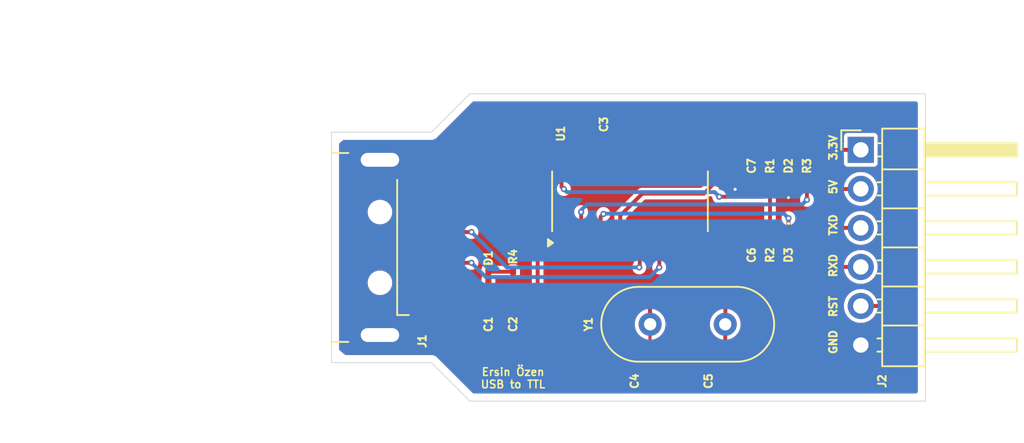
<source format=kicad_pcb>
(kicad_pcb (version 20241229) (generator "pcbnew") (generator_version "9.0")
  (layers (0 "F.Cu" signal) (2 "B.Cu" signal) (13 "F.Paste" user) (15 "B.Paste" user) (5 "F.SilkS" user "F.Silkscreen") (7 "B.SilkS" user "B.Silkscreen") (1 "F.Mask" user) (3 "B.Mask" user) (25 "Edge.Cuts" user))
  (net 0 "")
  (net 1 "GND")
  (net 2 "+5V")
  (net 3 "Net-(U1-~{DTR})")
  (net 4 "/RST")
  (net 5 "Net-(U1-XI)")
  (net 6 "Net-(U1-XO)")
  (net 7 "+3.3V")
  (net 8 "Net-(D1-K)")
  (net 9 "Net-(D2-A)")
  (net 10 "/TXD")
  (net 11 "/RXD")
  (net 12 "Net-(D3-A)")
  (net 13 "Net-(J1-D+)")
  (net 14 "Net-(J1-D-)")
  (net 21 "Net-(J2-Pin_3)")
  (footprint "Capacitor_SMD:C_0201_0603Metric" (layer "F.Cu") (at 145.8 68.3 -90)
    (property "Reference" "C6" (at 1.2 0 90) (layer "F.SilkS") (effects (font (size 0.5 0.5))))
    (property "Value" "100nF")
    (pad "1" smd roundrect (at -0.32 0 270) (size 0.46 0.4) (layers "F.Cu" "F.Mask") (net 2 "+5V"))
    (pad "2" smd roundrect (at 0.32 0 270) (size 0.46 0.4) (layers "F.Cu" "F.Mask") (net 1 "GND"))
  )
  (footprint "LED_SMD:LED_0201_0603Metric" (layer "F.Cu") (at 148.2 64.9 90)
    (property "Reference" "D2" (at 1.2 0 90) (layer "F.SilkS") (effects (font (size 0.5 0.5))))
    (property "Value" "LED")
    (fp_circle (center -0.86 0) (end -0.81 0) (stroke (width 0.1)) (fill no) (layer "F.SilkS"))
    (pad "1" smd roundrect (at -0.32 0 90) (size 0.46 0.4) (layers "F.Cu" "F.Mask") (net 10 "/TXD"))
    (pad "2" smd roundrect (at 0.32 0 90) (size 0.46 0.4) (layers "F.Cu" "F.Mask") (net 9 "Net-(D2-A)"))
  )
  (footprint "Connector_PinHeader_2.54mm:PinHeader_1x06_P2.54mm_Horizontal" (layer "F.Cu") (at 152.9 62.65)
    (property "Reference" "J2" (at 1.39 15.05 90) (layer "F.SilkS") (effects (font (size 0.5 0.5))))
    (property "Value" "Conn_01x06_Pin")
    (fp_line (start -1.27 -1.27) (end 0 -1.27) (stroke (width 0.12)) (layer "F.SilkS"))
    (fp_line (start -1.27 0) (end -1.27 -1.27) (stroke (width 0.12)) (layer "F.SilkS"))
    (fp_line (start 1.077358 2.11) (end 1.39 2.11) (stroke (width 0.12)) (layer "F.SilkS"))
    (fp_line (start 1.077358 2.97) (end 1.39 2.97) (stroke (width 0.12)) (layer "F.SilkS"))
    (fp_line (start 1.077358 4.65) (end 1.39 4.65) (stroke (width 0.12)) (layer "F.SilkS"))
    (fp_line (start 1.077358 5.51) (end 1.39 5.51) (stroke (width 0.12)) (layer "F.SilkS"))
    (fp_line (start 1.077358 7.19) (end 1.39 7.19) (stroke (width 0.12)) (layer "F.SilkS"))
    (fp_line (start 1.077358 8.05) (end 1.39 8.05) (stroke (width 0.12)) (layer "F.SilkS"))
    (fp_line (start 1.077358 9.73) (end 1.39 9.73) (stroke (width 0.12)) (layer "F.SilkS"))
    (fp_line (start 1.077358 10.59) (end 1.39 10.59) (stroke (width 0.12)) (layer "F.SilkS"))
    (fp_line (start 1.077358 12.27) (end 1.39 12.27) (stroke (width 0.12)) (layer "F.SilkS"))
    (fp_line (start 1.077358 13.13) (end 1.39 13.13) (stroke (width 0.12)) (layer "F.SilkS"))
    (fp_line (start 1.16 -0.43) (end 1.39 -0.43) (stroke (width 0.12)) (layer "F.SilkS"))
    (fp_line (start 1.16 0.43) (end 1.39 0.43) (stroke (width 0.12)) (layer "F.SilkS"))
    (fp_line (start 1.39 -1.38) (end 1.39 14.08) (stroke (width 0.12)) (layer "F.SilkS"))
    (fp_line (start 1.39 1.27) (end 4.15 1.27) (stroke (width 0.12)) (layer "F.SilkS"))
    (fp_line (start 1.39 3.81) (end 4.15 3.81) (stroke (width 0.12)) (layer "F.SilkS"))
    (fp_line (start 1.39 6.35) (end 4.15 6.35) (stroke (width 0.12)) (layer "F.SilkS"))
    (fp_line (start 1.39 8.89) (end 4.15 8.89) (stroke (width 0.12)) (layer "F.SilkS"))
    (fp_line (start 1.39 11.43) (end 4.15 11.43) (stroke (width 0.12)) (layer "F.SilkS"))
    (fp_line (start 1.39 14.08) (end 4.15 14.08) (stroke (width 0.12)) (layer "F.SilkS"))
    (fp_line (start 4.15 -1.38) (end 1.39 -1.38) (stroke (width 0.12)) (layer "F.SilkS"))
    (fp_line (start 4.15 2.11) (end 10.15 2.11) (stroke (width 0.12)) (layer "F.SilkS"))
    (fp_line (start 4.15 4.65) (end 10.15 4.65) (stroke (width 0.12)) (layer "F.SilkS"))
    (fp_line (start 4.15 7.19) (end 10.15 7.19) (stroke (width 0.12)) (layer "F.SilkS"))
    (fp_line (start 4.15 9.73) (end 10.15 9.73) (stroke (width 0.12)) (layer "F.SilkS"))
    (fp_line (start 4.15 12.27) (end 10.15 12.27) (stroke (width 0.12)) (layer "F.SilkS"))
    (fp_line (start 4.15 14.08) (end 4.15 -1.38) (stroke (width 0.12)) (layer "F.SilkS"))
    (fp_line (start 10.15 2.11) (end 10.15 2.97) (stroke (width 0.12)) (layer "F.SilkS"))
    (fp_line (start 10.15 2.97) (end 4.15 2.97) (stroke (width 0.12)) (layer "F.SilkS"))
    (fp_line (start 10.15 4.65) (end 10.15 5.51) (stroke (width 0.12)) (layer "F.SilkS"))
    (fp_line (start 10.15 5.51) (end 4.15 5.51) (stroke (width 0.12)) (layer "F.SilkS"))
    (fp_line (start 10.15 7.19) (end 10.15 8.05) (stroke (width 0.12)) (layer "F.SilkS"))
    (fp_line (start 10.15 8.05) (end 4.15 8.05) (stroke (width 0.12)) (layer "F.SilkS"))
    (fp_line (start 10.15 9.73) (end 10.15 10.59) (stroke (width 0.12)) (layer "F.SilkS"))
    (fp_line (start 10.15 10.59) (end 4.15 10.59) (stroke (width 0.12)) (layer "F.SilkS"))
    (fp_line (start 10.15 12.27) (end 10.15 13.13) (stroke (width 0.12)) (layer "F.SilkS"))
    (fp_line (start 10.15 13.13) (end 4.15 13.13) (stroke (width 0.12)) (layer "F.SilkS"))
    (fp_rect (start 4.15 -0.43) (end 10.15 0.43) (stroke (width 0.12)) (fill yes) (layer "F.SilkS"))
    (pad "1" thru_hole rect (at 0 0) (size 1.7 1.7) (drill 1) (layers "*.Cu" "*.Mask") (net 7 "+3.3V"))
    (pad "2" thru_hole circle (at 0 2.54) (size 1.7 1.7) (drill 1) (layers "*.Cu" "*.Mask") (net 2 "+5V"))
    (pad "3" thru_hole circle (at 0 5.08) (size 1.7 1.7) (drill 1) (layers "*.Cu" "*.Mask") (net 21 "Net-(J2-Pin_3)"))
    (pad "4" thru_hole circle (at 0 7.62) (size 1.7 1.7) (drill 1) (layers "*.Cu" "*.Mask") (net 11 "/RXD"))
    (pad "5" thru_hole circle (at 0 10.16) (size 1.7 1.7) (drill 1) (layers "*.Cu" "*.Mask") (net 4 "/RST"))
    (pad "6" thru_hole circle (at 0 12.7) (size 1.7 1.7) (drill 1) (layers "*.Cu" "*.Mask") (net 1 "GND"))
  )
  (footprint "Capacitor_SMD:C_0201_0603Metric" (layer "F.Cu") (at 139.2 77.75 -90)
    (property "Reference" "C4" (at -0.05 1 90) (layer "F.SilkS") (effects (font (size 0.5 0.5))))
    (property "Value" "22pF")
    (pad "1" smd roundrect (at -0.32 0 270) (size 0.46 0.4) (layers "F.Cu" "F.Mask") (net 5 "Net-(U1-XI)"))
    (pad "2" smd roundrect (at 0.32 0 270) (size 0.46 0.4) (layers "F.Cu" "F.Mask") (net 1 "GND"))
  )
  (footprint "Resistor_SMD:R_0201_0603Metric" (layer "F.Cu") (at 147 64.9 90)
    (property "Reference" "R1" (at 1.2 0 90) (layer "F.SilkS") (effects (font (size 0.5 0.5))))
    (property "Value" "1.5k")
    (pad "1" smd roundrect (at -0.32 0 90) (size 0.46 0.4) (layers "F.Cu" "F.Mask") (net 2 "+5V"))
    (pad "2" smd roundrect (at 0.32 0 90) (size 0.46 0.4) (layers "F.Cu" "F.Mask") (net 9 "Net-(D2-A)"))
  )
  (footprint "Capacitor_SMD:C_0201_0603Metric" (layer "F.Cu") (at 144.09 77.75 -90)
    (property "Reference" "C5" (at -0.05 1.09 90) (layer "F.SilkS") (effects (font (size 0.5 0.5))))
    (property "Value" "22pF")
    (pad "1" smd roundrect (at -0.32 0 270) (size 0.46 0.4) (layers "F.Cu" "F.Mask") (net 6 "Net-(U1-XO)"))
    (pad "2" smd roundrect (at 0.32 0 270) (size 0.46 0.4) (layers "F.Cu" "F.Mask") (net 1 "GND"))
  )
  (footprint "Package_SO:SOIC-16_3.9x9.9mm_P1.27mm" (layer "F.Cu") (at 137.9 66 90)
    (property "Reference" "U1" (at 4.4 -4.5 90) (layer "F.SilkS") (effects (font (size 0.5 0.5))))
    (property "Value" "CH340G")
    (fp_line (start 0 -5.06) (end 1.95 -5.06) (stroke (width 0.12)) (layer "F.SilkS"))
    (fp_line (start 0 -5.06) (end -1.95 -5.06) (stroke (width 0.12)) (layer "F.SilkS"))
    (fp_line (start 0 5.06) (end 1.95 5.06) (stroke (width 0.12)) (layer "F.SilkS"))
    (fp_line (start 0 5.06) (end -1.95 5.06) (stroke (width 0.12)) (layer "F.SilkS"))
    (fp_poly (pts (xy -2.7 -5.005) (xy -2.94 -5.335) (xy -2.46 -5.335)) (stroke (width 0.12)) (fill yes) (layer "F.SilkS"))
    (pad "1" smd roundrect (at -2.475 -4.445 90) (size 1.95 0.6) (layers "F.Cu" "F.Mask" "F.Paste") (net 1 "GND"))
    (pad "2" smd roundrect (at -2.475 -3.175 90) (size 1.95 0.6) (layers "F.Cu" "F.Mask" "F.Paste") (net 10 "/TXD"))
    (pad "3" smd roundrect (at -2.475 -1.905 90) (size 1.95 0.6) (layers "F.Cu" "F.Mask" "F.Paste") (net 11 "/RXD"))
    (pad "4" smd roundrect (at -2.475 -0.635 90) (size 1.95 0.6) (layers "F.Cu" "F.Mask" "F.Paste") (net 7 "+3.3V"))
    (pad "5" smd roundrect (at -2.475 0.635 90) (size 1.95 0.6) (layers "F.Cu" "F.Mask" "F.Paste") (net 13 "Net-(J1-D+)"))
    (pad "6" smd roundrect (at -2.475 1.905 90) (size 1.95 0.6) (layers "F.Cu" "F.Mask" "F.Paste") (net 14 "Net-(J1-D-)"))
    (pad "7" smd roundrect (at -2.475 3.175 90) (size 1.95 0.6) (layers "F.Cu" "F.Mask" "F.Paste") (net 5 "Net-(U1-XI)"))
    (pad "8" smd roundrect (at -2.475 4.445 90) (size 1.95 0.6) (layers "F.Cu" "F.Mask" "F.Paste") (net 6 "Net-(U1-XO)"))
    (pad "9" smd roundrect (at 2.475 4.445 90) (size 1.95 0.6) (layers "F.Cu" "F.Mask" "F.Paste"))
    (pad "10" smd roundrect (at 2.475 3.175 90) (size 1.95 0.6) (layers "F.Cu" "F.Mask" "F.Paste"))
    (pad "11" smd roundrect (at 2.475 1.905 90) (size 1.95 0.6) (layers "F.Cu" "F.Mask" "F.Paste"))
    (pad "12" smd roundrect (at 2.475 0.635 90) (size 1.95 0.6) (layers "F.Cu" "F.Mask" "F.Paste"))
    (pad "13" smd roundrect (at 2.475 -0.635 90) (size 1.95 0.6) (layers "F.Cu" "F.Mask" "F.Paste") (net 3 "Net-(U1-~{DTR})"))
    (pad "14" smd roundrect (at 2.475 -1.905 90) (size 1.95 0.6) (layers "F.Cu" "F.Mask" "F.Paste"))
    (pad "15" smd roundrect (at 2.475 -3.175 90) (size 1.95 0.6) (layers "F.Cu" "F.Mask" "F.Paste"))
    (pad "16" smd roundrect (at 2.475 -4.445 90) (size 1.95 0.6) (layers "F.Cu" "F.Mask" "F.Paste") (net 2 "+5V"))
  )
  (footprint "LED_SMD:LED_0201_0603Metric" (layer "F.Cu") (at 148.2 68.3 -90)
    (property "Reference" "D3" (at 1.2 0 90) (layer "F.SilkS") (effects (font (size 0.5 0.5))))
    (property "Value" "LED")
    (fp_circle (center -0.86 0) (end -0.81 0) (stroke (width 0.1)) (fill no) (layer "F.SilkS"))
    (pad "1" smd roundrect (at -0.32 0 270) (size 0.46 0.4) (layers "F.Cu" "F.Mask") (net 11 "/RXD"))
    (pad "2" smd roundrect (at 0.32 0 270) (size 0.46 0.4) (layers "F.Cu" "F.Mask") (net 12 "Net-(D3-A)"))
  )
  (footprint "Capacitor_SMD:C_0201_0603Metric" (layer "F.Cu") (at 130.3 72.82 -90)
    (property "Reference" "C2" (at 1.18 0 90) (layer "F.SilkS") (effects (font (size 0.5 0.5))))
    (property "Value" "100nF")
    (pad "1" smd roundrect (at -0.32 0 270) (size 0.46 0.4) (layers "F.Cu" "F.Mask") (net 2 "+5V"))
    (pad "2" smd roundrect (at 0.32 0 270) (size 0.46 0.4) (layers "F.Cu" "F.Mask") (net 1 "GND"))
  )
  (footprint "LED_SMD:LED_0201_0603Metric" (layer "F.Cu") (at 128.7 70.9 -90)
    (property "Reference" "D1" (at -1.2 0 90) (layer "F.SilkS") (effects (font (size 0.5 0.5))))
    (property "Value" "LED")
    (fp_circle (center -0.86 0) (end -0.81 0) (stroke (width 0.1)) (fill no) (layer "F.SilkS"))
    (pad "1" smd roundrect (at -0.32 0 270) (size 0.46 0.4) (layers "F.Cu" "F.Mask") (net 8 "Net-(D1-K)"))
    (pad "2" smd roundrect (at 0.32 0 270) (size 0.46 0.4) (layers "F.Cu" "F.Mask") (net 2 "+5V"))
  )
  (footprint "Capacitor_SMD:C_0201_0603Metric" (layer "F.Cu") (at 137.265 61 90)
    (property "Reference" "C3" (at 0 -1.065 90) (layer "F.SilkS") (effects (font (size 0.5 0.5))))
    (property "Value" "100nF")
    (pad "1" smd roundrect (at -0.32 0 90) (size 0.46 0.4) (layers "F.Cu" "F.Mask") (net 3 "Net-(U1-~{DTR})"))
    (pad "2" smd roundrect (at 0.32 0 90) (size 0.46 0.4) (layers "F.Cu" "F.Mask") (net 4 "/RST"))
  )
  (footprint "Capacitor_SMD:C_0201_0603Metric" (layer "F.Cu") (at 145.8 64.9 -90)
    (property "Reference" "C7" (at -1.2 0 90) (layer "F.SilkS") (effects (font (size 0.5 0.5))))
    (property "Value" "100nF")
    (pad "1" smd roundrect (at -0.32 0 270) (size 0.46 0.4) (layers "F.Cu" "F.Mask") (net 7 "+3.3V"))
    (pad "2" smd roundrect (at 0.32 0 270) (size 0.46 0.4) (layers "F.Cu" "F.Mask") (net 1 "GND"))
  )
  (footprint "Resistor_SMD:R_0201_0603Metric" (layer "F.Cu") (at 147 68.3 -90)
    (property "Reference" "R2" (at 1.2 0 90) (layer "F.SilkS") (effects (font (size 0.5 0.5))))
    (property "Value" "1.5k")
    (pad "1" smd roundrect (at -0.32 0 270) (size 0.46 0.4) (layers "F.Cu" "F.Mask") (net 2 "+5V"))
    (pad "2" smd roundrect (at 0.32 0 270) (size 0.46 0.4) (layers "F.Cu" "F.Mask") (net 12 "Net-(D3-A)"))
  )
  (footprint "Capacitor_SMD:C_0201_0603Metric" (layer "F.Cu") (at 128.7 72.82 -90)
    (property "Reference" "C1" (at 1.18 0 90) (layer "F.SilkS") (effects (font (size 0.5 0.5))))
    (property "Value" "10uF")
    (pad "1" smd roundrect (at -0.32 0 270) (size 0.46 0.4) (layers "F.Cu" "F.Mask") (net 2 "+5V"))
    (pad "2" smd roundrect (at 0.32 0 270) (size 0.46 0.4) (layers "F.Cu" "F.Mask") (net 1 "GND"))
  )
  (footprint "Crystal:Crystal_HC49-4H_Vertical" (layer "F.Cu") (at 139.21 74)
    (property "Reference" "Y1" (at -4.01 0 90) (layer "F.SilkS") (effects (font (size 0.5 0.5))))
    (property "Value" "Crystal")
    (fp_line (start -0.76 -2.435) (end 5.64 -2.435) (stroke (width 0.12)) (layer "F.SilkS"))
    (fp_line (start 5.64 2.435) (end -0.76 2.435) (stroke (width 0.12)) (layer "F.SilkS"))
    (fp_arc (start -0.76 2.435) (mid -3.195 0) (end -0.76 -2.435) (stroke (width 0.12)) (layer "F.SilkS"))
    (fp_arc (start 5.64 -2.435) (mid 8.075 0) (end 5.64 2.435) (stroke (width 0.12)) (layer "F.SilkS"))
    (pad "1" thru_hole circle (at 0 0) (size 1.5 1.5) (drill 0.8) (layers "*.Cu" "*.Mask") (net 5 "Net-(U1-XI)"))
    (pad "2" thru_hole circle (at 4.88 0) (size 1.5 1.5) (drill 0.8) (layers "*.Cu" "*.Mask") (net 6 "Net-(U1-XO)"))
  )
  (footprint "Resistor_SMD:R_0201_0603Metric" (layer "F.Cu") (at 130.3 70.9 -90)
    (property "Reference" "R4" (at -1.3 0 90) (layer "F.SilkS") (effects (font (size 0.5 0.5))))
    (property "Value" "1.5k")
    (pad "1" smd roundrect (at -0.32 0 270) (size 0.46 0.4) (layers "F.Cu" "F.Mask") (net 8 "Net-(D1-K)"))
    (pad "2" smd roundrect (at 0.32 0 270) (size 0.46 0.4) (layers "F.Cu" "F.Mask") (net 1 "GND"))
  )
  (footprint "Resistor_SMD:R_0201_0603Metric" (layer "F.Cu") (at 149.4 64.9 -90)
    (property "Reference" "R3" (at -1.2 0 90) (layer "F.SilkS") (effects (font (size 0.5 0.5))))
    (property "Value" "1.5k")
    (pad "1" smd roundrect (at -0.32 0 270) (size 0.46 0.4) (layers "F.Cu" "F.Mask") (net 21 "Net-(J2-Pin_3)"))
    (pad "2" smd roundrect (at 0.32 0 270) (size 0.46 0.4) (layers "F.Cu" "F.Mask") (net 10 "/TXD"))
  )
  (footprint "Connector_USB:USB_A_CNCTech_1001-011-01101_Horizontal" (layer "F.Cu") (at 114.75 69 180)
    (property "Reference" "J1" (at -9.65 -6.1 90) (layer "F.SilkS") (effects (font (size 0.5 0.5))))
    (property "Value" "USB_A")
    (fp_line (start -4.85 6.145) (end -3.8 6.145) (stroke (width 0.12)) (layer "F.SilkS"))
    (fp_line (start -4.85 -6.145) (end -3.8 -6.145) (stroke (width 0.12)) (layer "F.SilkS"))
    (fp_line (start -8.02 -4.4) (end -8.02 4.4) (stroke (width 0.12)) (layer "F.SilkS"))
    (fp_line (start -8.02 -4.4) (end -8.775 -4.4) (stroke (width 0.12)) (layer "F.SilkS"))
    (pad "" np_thru_hole circle (at -6.9 -2.3 180) (size 1.1 1.1) (drill 1.1) (layers "*.Cu" "*.Mask"))
    (pad "" np_thru_hole circle (at -6.9 2.3 180) (size 1.1 1.1) (drill 1.1) (layers "*.Cu" "*.Mask"))
    (pad "1" smd rect (at -9.65 -3.5 180) (size 2.5 1.1) (layers "F.Cu" "F.Mask" "F.Paste") (net 2 "+5V"))
    (pad "2" smd rect (at -9.65 -1 180) (size 2.5 1.1) (layers "F.Cu" "F.Mask" "F.Paste") (net 14 "Net-(J1-D-)"))
    (pad "3" smd rect (at -9.65 1 180) (size 2.5 1.1) (layers "F.Cu" "F.Mask" "F.Paste") (net 13 "Net-(J1-D+)"))
    (pad "4" smd rect (at -9.65 3.5 180) (size 2.5 1.1) (layers "F.Cu" "F.Mask" "F.Paste") (net 1 "GND"))
    (pad "5" thru_hole oval (at -6.9 -5.7 180) (size 3.5 1.9) (drill oval 2.5 0.9) (property pad_prop_heatsink) (layers "*.Cu" "*.Mask") (net 1 "GND"))
    (pad "5" thru_hole oval (at -6.9 5.7 180) (size 3.5 1.9) (drill oval 2.5 0.9) (property pad_prop_heatsink) (layers "*.Cu" "*.Mask") (net 1 "GND"))
  )
  (gr_line (start 118.5 62.75) (end 118.5 61.5) (stroke (width 0.05)) (layer "Edge.Cuts"))
  (gr_line (start 127.5 79) (end 157.1 79) (stroke (width 0.05)) (layer "Edge.Cuts"))
  (gr_line (start 118.5 62.75) (end 118.5 76.5) (stroke (width 0.05)) (layer "Edge.Cuts"))
  (gr_line (start 127.5 59) (end 157.1 59) (stroke (width 0.05)) (layer "Edge.Cuts"))
  (gr_line (start 118.5 61.5) (end 125 61.5) (stroke (width 0.05)) (layer "Edge.Cuts"))
  (gr_line (start 157.1 59) (end 157.1 79) (stroke (width 0.05)) (layer "Edge.Cuts"))
  (gr_line (start 125 61.5) (end 127.5 59) (stroke (width 0.05)) (layer "Edge.Cuts"))
  (gr_line (start 125 76.5) (end 127.5 79) (stroke (width 0.05)) (layer "Edge.Cuts"))
  (gr_line (start 118.5 76.5) (end 125 76.5) (stroke (width 0.05)) (layer "Edge.Cuts"))
  (gr_text "Ersin Özen\nUSB to TTL" (at 130.3 78.2 0) (layer "F.SilkS") (effects (font (size 0.5 0.5) (thickness 0.1)) (justify bottom)))
  (gr_text "TXD" (at 151.4 68.3 90) (layer "F.SilkS") (effects (font (size 0.5 0.5) (thickness 0.125) (bold yes)) (justify left bottom)))
  (gr_text "5V" (at 151.4 65.6 90) (layer "F.SilkS") (effects (font (size 0.5 0.5) (thickness 0.125) (bold yes)) (justify left bottom)))
  (gr_text "RXD" (at 151.4 71 90) (layer "F.SilkS") (effects (font (size 0.5 0.5) (thickness 0.125) (bold yes)) (justify left bottom)))
  (gr_text "GND" (at 151.4 76 90) (layer "F.SilkS") (effects (font (size 0.5 0.5) (thickness 0.125) (bold yes)) (justify left bottom)))
  (gr_text "RST" (at 151.4 73.6 90) (layer "F.SilkS") (effects (font (size 0.5 0.5) (thickness 0.125) (bold yes)) (justify left bottom)))
  (gr_text "3.3V" (at 151.4 63.4 90) (layer "F.SilkS") (effects (font (size 0.5 0.5) (thickness 0.125) (bold yes)) (justify left bottom)))
  (segment (start 144.731 65.22) (end 145.8 65.22) (width 0.254) (layer "F.Cu") (net 1))
  (via blind (at 144.731 65.22) (size 0.4) (drill 0.2) (layers "F.Cu" "B.Cu") (net 1))
  (segment (start 131.9 64.3) (end 132.7 63.5) (width 0.254) (layer "F.Cu") (net 2))
  (segment (start 143.7 65.7) (end 146.52 65.7) (width 0.254) (layer "F.Cu") (net 2))
  (segment (start 146.4 65) (end 146.4 64) (width 0.254) (layer "F.Cu") (net 2))
  (segment (start 124.4 72.5) (end 128.7 72.5) (width 0.254) (layer "F.Cu") (net 2))
  (segment (start 147 67.98) (end 145.8 67.98) (width 0.254) (layer "F.Cu") (net 2))
  (segment (start 152.89 65.2) (end 152.9 65.19) (width 0.254) (layer "F.Cu") (net 2))
  (segment (start 146.62 65.22) (end 146.4 65) (width 0.254) (layer "F.Cu") (net 2))
  (segment (start 128.7 72.5) (end 130.3 72.5) (width 0.254) (layer "F.Cu") (net 2))
  (segment (start 146.9 63.5) (end 149.9 63.5) (width 0.254) (layer "F.Cu") (net 2))
  (segment (start 131.2 72.5) (end 131.9 71.8) (width 0.254) (layer "F.Cu") (net 2))
  (segment (start 146.4 64) (end 146.9 63.5) (width 0.254) (layer "F.Cu") (net 2))
  (segment (start 151.6 65.2) (end 152.89 65.2) (width 0.254) (layer "F.Cu") (net 2))
  (segment (start 146.52 65.7) (end 147 65.22) (width 0.254) (layer "F.Cu") (net 2))
  (segment (start 131.9 71.8) (end 131.9 64.3) (width 0.254) (layer "F.Cu") (net 2))
  (segment (start 128.7 72.5) (end 128.7 71.22) (width 0.254) (layer "F.Cu") (net 2))
  (segment (start 147 65.22) (end 146.62 65.22) (width 0.254) (layer "F.Cu") (net 2))
  (segment (start 133.455 65.055) (end 133.6 65.2) (width 0.254) (layer "F.Cu") (net 2))
  (segment (start 132.7 63.5) (end 133.43 63.5) (width 0.254) (layer "F.Cu") (net 2))
  (segment (start 133.43 63.5) (end 133.455 63.525) (width 0.254) (layer "F.Cu") (net 2))
  (segment (start 149.9 63.5) (end 151.6 65.2) (width 0.254) (layer "F.Cu") (net 2))
  (segment (start 133.455 63.525) (end 133.455 65.055) (width 0.254) (layer "F.Cu") (net 2))
  (segment (start 147 67.98) (end 147 65.22) (width 0.254) (layer "F.Cu") (net 2))
  (segment (start 130.3 72.5) (end 131.2 72.5) (width 0.254) (layer "F.Cu") (net 2))
  (via blind (at 143.7 65.7) (size 0.4) (drill 0.2) (layers "F.Cu" "B.Cu") (net 2))
  (via blind (at 133.6 65.2) (size 0.4) (drill 0.2) (layers "F.Cu" "B.Cu") (net 2))
  (segment (start 133.8 65.4) (end 133.6 65.2) (width 0.254) (layer "B.Cu") (net 2))
  (segment (start 143.4 65.4) (end 133.8 65.4) (width 0.254) (layer "B.Cu") (net 2))
  (segment (start 143.7 65.7) (end 143.4 65.4) (width 0.254) (layer "B.Cu") (net 2))
  (segment (start 137.265 61.32) (end 137.265 63.525) (width 0.254) (layer "F.Cu") (net 3))
  (segment (start 154.38 60.68) (end 137.265 60.68) (width 0.254) (layer "F.Cu") (net 4))
  (segment (start 154.762 72.81) (end 155 72.572) (width 0.254) (layer "F.Cu") (net 4))
  (segment (start 152.9 72.81) (end 154.762 72.81) (width 0.254) (layer "F.Cu") (net 4))
  (segment (start 155 61.3) (end 154.38 60.68) (width 0.254) (layer "F.Cu") (net 4))
  (segment (start 155 72.572) (end 155 61.3) (width 0.254) (layer "F.Cu") (net 4))
  (segment (start 141.075 68.475) (end 141.075 70.825) (width 0.254) (layer "F.Cu") (net 5))
  (segment (start 141.075 70.825) (end 139.2 72.7) (width 0.254) (layer "F.Cu") (net 5))
  (segment (start 139.2 72.7) (end 139.2 73.99) (width 0.254) (layer "F.Cu") (net 5))
  (segment (start 139.2 73.99) (end 139.21 74) (width 0.2) (layer "F.Cu") (net 5))
  (segment (start 139.2 73.99) (end 139.2 77.43) (width 0.2) (layer "F.Cu") (net 5))
  (segment (start 144.1 72.6) (end 144.1 73.99) (width 0.254) (layer "F.Cu") (net 6))
  (segment (start 142.345 68.475) (end 142.345 70.845) (width 0.254) (layer "F.Cu") (net 6))
  (segment (start 142.345 70.845) (end 144.1 72.6) (width 0.254) (layer "F.Cu") (net 6))
  (segment (start 144.1 73.99) (end 144.09 74) (width 0.254) (layer "F.Cu") (net 6))
  (segment (start 144.09 77.43) (end 144.09 74) (width 0.254) (layer "F.Cu") (net 6))
  (segment (start 138.7 65.5) (end 142.7 65.5) (width 0.254) (layer "F.Cu") (net 7))
  (segment (start 147.05 62.65) (end 145.8 63.9) (width 0.254) (layer "F.Cu") (net 7))
  (segment (start 137.265 68.475) (end 137.265 66.935) (width 0.254) (layer "F.Cu") (net 7))
  (segment (start 143.62 64.58) (end 145.8 64.58) (width 0.254) (layer "F.Cu") (net 7))
  (segment (start 142.7 65.5) (end 143.62 64.58) (width 0.254) (layer "F.Cu") (net 7))
  (segment (start 145.8 63.9) (end 145.8 64.58) (width 0.254) (layer "F.Cu") (net 7))
  (segment (start 152.9 62.65) (end 147.05 62.65) (width 0.254) (layer "F.Cu") (net 7))
  (segment (start 137.265 66.935) (end 138.7 65.5) (width 0.254) (layer "F.Cu") (net 7))
  (segment (start 128.7 70.58) (end 130.3 70.58) (width 0.254) (layer "F.Cu") (net 8))
  (segment (start 147 64.58) (end 148.2 64.58) (width 0.254) (layer "F.Cu") (net 9))
  (segment (start 134.725 66.7) (end 134.725 68.475) (width 0.254) (layer "F.Cu") (net 10))
  (segment (start 148.2 65.22) (end 149.4 65.22) (width 0.254) (layer "F.Cu") (net 10))
  (segment (start 149.4 65.22) (end 149.4 65.9) (width 0.254) (layer "F.Cu") (net 10))
  (via blind (at 134.725 66.7) (size 0.4) (drill 0.2) (layers "F.Cu" "B.Cu") (net 10))
  (via blind (at 149.4 65.9) (size 0.4) (drill 0.2) (layers "F.Cu" "B.Cu") (net 10))
  (segment (start 149.1 66.2) (end 149.4 65.9) (width 0.254) (layer "B.Cu") (net 10))
  (segment (start 134.725 66.575) (end 135.1 66.2) (width 0.254) (layer "B.Cu") (net 10))
  (segment (start 134.725 66.7) (end 134.725 66.575) (width 0.254) (layer "B.Cu") (net 10))
  (segment (start 135.1 66.2) (end 149.1 66.2) (width 0.254) (layer "B.Cu") (net 10))
  (segment (start 151.03 70.27) (end 152.9 70.27) (width 0.254) (layer "F.Cu") (net 11))
  (segment (start 151 70.3) (end 151.03 70.27) (width 0.254) (layer "F.Cu") (net 11))
  (segment (start 148.2 67.98) (end 148.68 67.98) (width 0.254) (layer "F.Cu") (net 11))
  (segment (start 148.2 67.1) (end 148.2 67.98) (width 0.254) (layer "F.Cu") (net 11))
  (segment (start 136.175 66.825) (end 135.995 67.005) (width 0.254) (layer "F.Cu") (net 11))
  (segment (start 135.995 67.005) (end 135.995 68.475) (width 0.254) (layer "F.Cu") (net 11))
  (segment (start 148.68 67.98) (end 151 70.3) (width 0.254) (layer "F.Cu") (net 11))
  (segment (start 152.87 70.3) (end 152.9 70.27) (width 0.254) (layer "F.Cu") (net 11))
  (via blind (at 148.2 67.1) (size 0.4) (drill 0.2) (layers "F.Cu" "B.Cu") (net 11))
  (via blind (at 136.175 66.825) (size 0.4) (drill 0.2) (layers "F.Cu" "B.Cu") (net 11))
  (segment (start 136.175 66.825) (end 136.275 66.825) (width 0.254) (layer "B.Cu") (net 11))
  (segment (start 136.275 66.825) (end 136.3 66.8) (width 0.254) (layer "B.Cu") (net 11))
  (segment (start 147.9 66.8) (end 148.2 67.1) (width 0.254) (layer "B.Cu") (net 11))
  (segment (start 136.3 66.8) (end 147.9 66.8) (width 0.254) (layer "B.Cu") (net 11))
  (segment (start 147 68.62) (end 148.2 68.62) (width 0.254) (layer "F.Cu") (net 12))
  (segment (start 138.535 70.265) (end 138.5 70.3) (width 0.254) (layer "F.Cu") (net 13))
  (segment (start 138.535 68.475) (end 138.535 70.265) (width 0.254) (layer "F.Cu") (net 13))
  (segment (start 127.6 68) (end 124.4 68) (width 0.254) (layer "F.Cu") (net 13))
  (via blind (at 138.5 70.3) (size 0.4) (drill 0.2) (layers "F.Cu" "B.Cu") (net 13))
  (via blind (at 127.6 68) (size 0.4) (drill 0.2) (layers "F.Cu" "B.Cu") (net 13))
  (segment (start 127.6 68) (end 129.9 70.3) (width 0.254) (layer "B.Cu") (net 13))
  (segment (start 129.9 70.3) (end 138.5 70.3) (width 0.254) (layer "B.Cu") (net 13))
  (segment (start 139.805 68.475) (end 139.805 70.295) (width 0.254) (layer "F.Cu") (net 14))
  (segment (start 124.5 70.1) (end 124.4 70) (width 0.254) (layer "F.Cu") (net 14))
  (segment (start 127.6 70) (end 124.4 70) (width 0.254) (layer "F.Cu") (net 14))
  (segment (start 139.805 70.295) (end 139.8 70.3) (width 0.254) (layer "F.Cu") (net 14))
  (via blind (at 139.8 70.3) (size 0.4) (drill 0.2) (layers "F.Cu" "B.Cu") (net 14))
  (via blind (at 127.6 70) (size 0.4) (drill 0.2) (layers "F.Cu" "B.Cu") (net 14))
  (segment (start 128.528 70.928) (end 139.172 70.928) (width 0.254) (layer "B.Cu") (net 14))
  (segment (start 127.6 70) (end 128.528 70.928) (width 0.254) (layer "B.Cu") (net 14))
  (segment (start 139.172 70.928) (end 139.8 70.3) (width 0.254) (layer "B.Cu") (net 14))
  (segment (start 150.8 65.4) (end 150.8 67.2) (width 0.254) (layer "F.Cu") (net 21))
  (segment (start 150.8 67.2) (end 151.33 67.73) (width 0.254) (layer "F.Cu") (net 21))
  (segment (start 151.33 67.73) (end 152.9 67.73) (width 0.254) (layer "F.Cu") (net 21))
  (segment (start 149.98 64.58) (end 150.8 65.4) (width 0.254) (layer "F.Cu") (net 21))
  (segment (start 149.4 64.58) (end 149.98 64.58) (width 0.254) (layer "F.Cu") (net 21))
  (zone (net 1) (net_name "GND") (layers "F.Cu" "B.Cu") (connect_pads yes (clearance 0.25)) (min_thickness 0.25) (fill yes (thermal_gap 0.3) (thermal_bridge_width 0.3) (island_removal_mode 1) (island_area_min 10))
    (polygon (pts (xy 119.4 76) (xy 125.1 76) (xy 127.7 78.6) (xy 156.8 78.6) (xy 156.8 59.4) (xy 155.6 59.4) (xy 127.707407 59.4) (xy 125.3 61.9) (xy 119.4 61.9) (xy 118.8 62.4) (xy 118.8 75.5)))
  )
)
</source>
